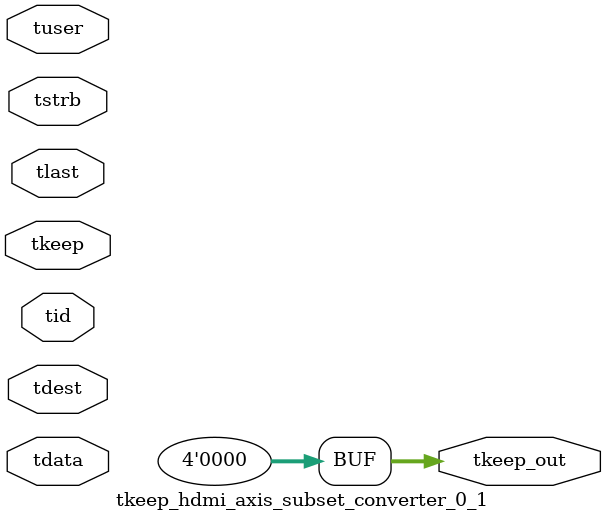
<source format=v>


`timescale 1ps/1ps

module tkeep_hdmi_axis_subset_converter_0_1 #
(
parameter C_S_AXIS_TDATA_WIDTH = 32,
parameter C_S_AXIS_TUSER_WIDTH = 0,
parameter C_S_AXIS_TID_WIDTH   = 0,
parameter C_S_AXIS_TDEST_WIDTH = 0,
parameter C_M_AXIS_TDATA_WIDTH = 32
)
(
input  [(C_S_AXIS_TDATA_WIDTH == 0 ? 1 : C_S_AXIS_TDATA_WIDTH)-1:0     ] tdata,
input  [(C_S_AXIS_TUSER_WIDTH == 0 ? 1 : C_S_AXIS_TUSER_WIDTH)-1:0     ] tuser,
input  [(C_S_AXIS_TID_WIDTH   == 0 ? 1 : C_S_AXIS_TID_WIDTH)-1:0       ] tid,
input  [(C_S_AXIS_TDEST_WIDTH == 0 ? 1 : C_S_AXIS_TDEST_WIDTH)-1:0     ] tdest,
input  [(C_S_AXIS_TDATA_WIDTH/8)-1:0 ] tkeep,
input  [(C_S_AXIS_TDATA_WIDTH/8)-1:0 ] tstrb,
input                                                                    tlast,
output [(C_M_AXIS_TDATA_WIDTH/8)-1:0 ] tkeep_out
);

assign tkeep_out = {1'b0};

endmodule


</source>
